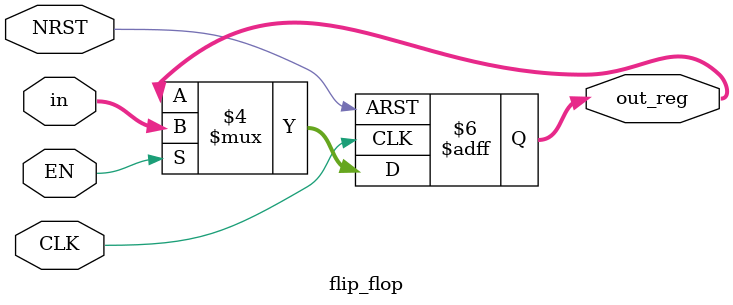
<source format=v>
module flip_flop
    #(
        parameter N = 16
    )(
        input  CLK,EN,NRST,
        input  [ N - 1 :0 ] in,
        output reg [ N - 1 : 0] out_reg
    );

        always@(posedge CLK or negedge NRST)
            if(!NRST) 
                out_reg <= 'b0;
            else if(EN)
                out_reg <= #1 in  ;
            else
                out_reg <= #1 out_reg;
endmodule
</source>
